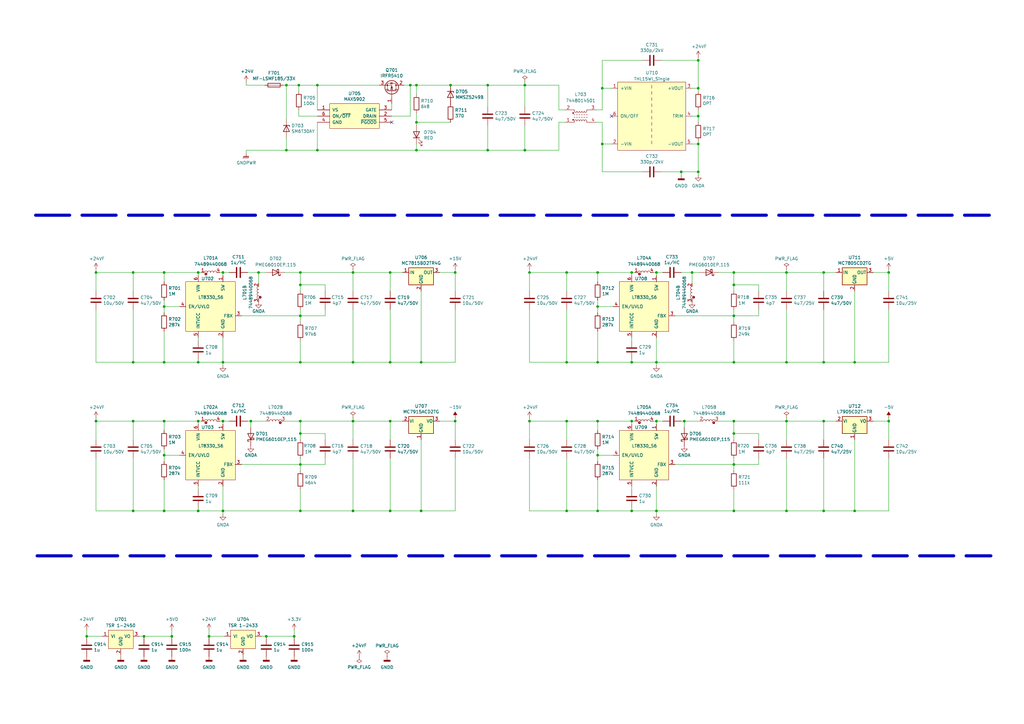
<source format=kicad_sch>
(kicad_sch (version 20230121) (generator eeschema)
  (paper "A3")
  (junction (at 350.52 148.59))
  (junction (at 259.08 209.55))
  (junction (at 300.99 172.72))
  (junction (at 122.555 34.925))
  (junction (at 247.015 36.195))
  (junction (at 300.99 129.54))
  (junction (at 67.31 172.72))
  (junction (at 232.41 148.59))
  (junction (at 160.02 209.55))
  (junction (at 300.99 111.76))
  (junction (at 280.67 172.72))
  (junction (at 91.44 209.55))
  (junction (at 337.82 111.76))
  (junction (at 70.485 260.985))
  (junction (at 168.275 34.925))
  (junction (at 91.44 148.59))
  (junction (at 102.87 172.72))
  (junction (at 85.725 260.985))
  (junction (at 286.385 59.055))
  (junction (at 81.28 172.72))
  (junction (at 217.17 172.72))
  (junction (at 123.19 116.84))
  (junction (at 144.78 148.59))
  (junction (at 232.41 172.72))
  (junction (at 172.72 148.59))
  (junction (at 247.015 59.055))
  (junction (at 245.11 111.76))
  (junction (at 232.41 209.55))
  (junction (at 123.19 209.55))
  (junction (at 160.02 172.72))
  (junction (at 322.58 209.55))
  (junction (at 170.815 61.595))
  (junction (at 259.08 172.72))
  (junction (at 67.31 209.55))
  (junction (at 217.17 111.76))
  (junction (at 54.61 172.72))
  (junction (at 322.58 148.59))
  (junction (at 35.56 260.985))
  (junction (at 200.025 34.925))
  (junction (at 144.78 172.72))
  (junction (at 259.08 148.59))
  (junction (at 123.19 172.72))
  (junction (at 172.72 209.55))
  (junction (at 186.69 172.72))
  (junction (at 269.24 172.72))
  (junction (at 300.99 148.59))
  (junction (at 59.055 260.985))
  (junction (at 117.475 61.595))
  (junction (at 91.44 172.72))
  (junction (at 120.65 260.985))
  (junction (at 232.41 111.76))
  (junction (at 160.02 148.59))
  (junction (at 144.78 209.55))
  (junction (at 259.08 111.76))
  (junction (at 91.44 111.76))
  (junction (at 279.4 70.485))
  (junction (at 300.99 209.55))
  (junction (at 130.175 34.925))
  (junction (at 67.31 111.76))
  (junction (at 215.265 61.595))
  (junction (at 170.815 50.165))
  (junction (at 184.785 34.925))
  (junction (at 286.385 47.625))
  (junction (at 170.815 34.925))
  (junction (at 81.28 111.76))
  (junction (at 364.49 172.72))
  (junction (at 109.22 260.985))
  (junction (at 322.58 172.72))
  (junction (at 123.19 148.59))
  (junction (at 245.11 172.72))
  (junction (at 54.61 209.55))
  (junction (at 300.99 190.5))
  (junction (at 286.385 24.765))
  (junction (at 364.49 111.76))
  (junction (at 245.11 186.69))
  (junction (at 350.52 209.55))
  (junction (at 106.045 111.76))
  (junction (at 245.11 148.59))
  (junction (at 322.58 111.76))
  (junction (at 123.19 190.5))
  (junction (at 67.31 148.59))
  (junction (at 160.02 111.76))
  (junction (at 54.61 148.59))
  (junction (at 39.37 111.76))
  (junction (at 117.475 34.925))
  (junction (at 186.69 111.76))
  (junction (at 269.24 111.76))
  (junction (at 300.99 116.84))
  (junction (at 123.19 111.76))
  (junction (at 215.265 34.925))
  (junction (at 269.24 148.59))
  (junction (at 67.31 186.69))
  (junction (at 245.11 209.55))
  (junction (at 54.61 111.76))
  (junction (at 269.24 209.55))
  (junction (at 123.19 177.8))
  (junction (at 283.845 111.76))
  (junction (at 337.82 209.55))
  (junction (at 286.385 70.485))
  (junction (at 286.385 36.195))
  (junction (at 337.82 172.72))
  (junction (at 81.28 148.59))
  (junction (at 81.28 209.55))
  (junction (at 39.37 172.72))
  (junction (at 130.175 61.595))
  (junction (at 245.11 125.73))
  (junction (at 300.99 177.8))
  (junction (at 67.31 125.73))
  (junction (at 144.78 111.76))
  (junction (at 337.82 148.59))
  (junction (at 200.025 61.595))
  (junction (at 123.19 129.54))
  (no_connect (at 160.655 50.165))
  (no_connect (at 250.825 47.625))
  (wire (pts (xy 120.65 258.445) (xy 120.65 260.985)))
  (wire (pts (xy 91.44 210.82) (xy 91.44 209.55)))
  (wire (pts (xy 337.82 180.34) (xy 337.82 172.72)))
  (wire (pts (xy 245.11 189.23) (xy 245.11 186.69)))
  (wire (pts (xy 39.37 171.45) (xy 39.37 172.72)))
  (wire (pts (xy 247.015 45.085) (xy 247.015 36.195)))
  (wire (pts (xy 217.17 127) (xy 217.17 148.59)))
  (wire (pts (xy 215.265 51.435) (xy 215.265 61.595)))
  (wire (pts (xy 81.28 147.32) (xy 81.28 148.59)))
  (wire (pts (xy 144.78 209.55) (xy 144.78 187.96)))
  (wire (pts (xy 269.24 209.55) (xy 269.24 199.39)))
  (wire (pts (xy 186.69 180.34) (xy 186.69 172.72)))
  (wire (pts (xy 160.02 119.38) (xy 160.02 111.76)))
  (wire (pts (xy 144.78 148.59) (xy 160.02 148.59)))
  (wire (pts (xy 172.72 148.59) (xy 172.72 119.38)))
  (wire (pts (xy 90.17 172.72) (xy 91.44 172.72)))
  (wire (pts (xy 123.19 111.76) (xy 123.19 116.84)))
  (wire (pts (xy 245.11 111.76) (xy 259.08 111.76)))
  (wire (pts (xy 263.525 70.485) (xy 247.015 70.485)))
  (wire (pts (xy 267.97 111.76) (xy 269.24 111.76)))
  (wire (pts (xy 54.61 187.96) (xy 54.61 209.55)))
  (wire (pts (xy 93.98 172.72) (xy 91.44 172.72)))
  (wire (pts (xy 160.02 148.59) (xy 172.72 148.59)))
  (wire (pts (xy 81.28 111.76) (xy 81.28 113.03)))
  (wire (pts (xy 300.99 129.54) (xy 311.15 129.54)))
  (wire (pts (xy 133.35 177.8) (xy 123.19 177.8)))
  (wire (pts (xy 81.28 200.66) (xy 81.28 199.39)))
  (wire (pts (xy 160.655 45.085) (xy 160.655 42.545)))
  (wire (pts (xy 123.19 200.66) (xy 123.19 209.55)))
  (wire (pts (xy 300.99 172.72) (xy 322.58 172.72)))
  (wire (pts (xy 217.17 148.59) (xy 232.41 148.59)))
  (wire (pts (xy 337.82 209.55) (xy 350.52 209.55)))
  (wire (pts (xy 91.44 148.59) (xy 91.44 138.43)))
  (wire (pts (xy 269.24 210.82) (xy 269.24 209.55)))
  (wire (pts (xy 57.15 260.985) (xy 59.055 260.985)))
  (wire (pts (xy 82.55 172.72) (xy 81.28 172.72)))
  (wire (pts (xy 286.385 47.625) (xy 286.385 50.165)))
  (wire (pts (xy 133.35 180.34) (xy 133.35 177.8)))
  (wire (pts (xy 337.82 148.59) (xy 337.82 127)))
  (wire (pts (xy 300.99 200.66) (xy 300.99 209.55)))
  (wire (pts (xy 160.02 180.34) (xy 160.02 172.72)))
  (wire (pts (xy 231.775 50.165) (xy 229.235 50.165)))
  (wire (pts (xy 116.84 111.76) (xy 123.19 111.76)))
  (wire (pts (xy 160.02 111.76) (xy 144.78 111.76)))
  (wire (pts (xy 81.28 139.7) (xy 81.28 138.43)))
  (wire (pts (xy 186.69 127) (xy 186.69 148.59)))
  (wire (pts (xy 123.19 187.96) (xy 123.19 190.5)))
  (wire (pts (xy 276.86 190.5) (xy 300.99 190.5)))
  (wire (pts (xy 102.87 175.26) (xy 102.87 172.72)))
  (wire (pts (xy 364.49 180.34) (xy 364.49 172.72)))
  (wire (pts (xy 160.655 47.625) (xy 168.275 47.625)))
  (wire (pts (xy 168.275 47.625) (xy 168.275 34.925)))
  (wire (pts (xy 300.99 190.5) (xy 300.99 193.04)))
  (wire (pts (xy 67.31 125.73) (xy 67.31 123.19)))
  (wire (pts (xy 170.815 46.355) (xy 170.815 50.165)))
  (wire (pts (xy 168.275 34.925) (xy 170.815 34.925)))
  (wire (pts (xy 144.78 171.45) (xy 144.78 172.72)))
  (wire (pts (xy 364.49 119.38) (xy 364.49 111.76)))
  (wire (pts (xy 300.99 127) (xy 300.99 129.54)))
  (wire (pts (xy 217.17 171.45) (xy 217.17 172.72)))
  (wire (pts (xy 116.84 172.72) (xy 123.19 172.72)))
  (wire (pts (xy 286.385 24.765) (xy 286.385 36.195)))
  (wire (pts (xy 286.385 70.485) (xy 286.385 71.755)))
  (wire (pts (xy 91.44 149.86) (xy 91.44 148.59)))
  (wire (pts (xy 286.385 70.485) (xy 286.385 59.055)))
  (wire (pts (xy 109.22 260.985) (xy 109.22 261.62)))
  (wire (pts (xy 123.19 190.5) (xy 133.35 190.5)))
  (wire (pts (xy 133.35 190.5) (xy 133.35 187.96)))
  (wire (pts (xy 54.61 111.76) (xy 39.37 111.76)))
  (wire (pts (xy 300.99 177.8) (xy 300.99 180.34)))
  (wire (pts (xy 300.99 148.59) (xy 322.58 148.59)))
  (wire (pts (xy 358.14 111.76) (xy 364.49 111.76)))
  (wire (pts (xy 267.97 172.72) (xy 269.24 172.72)))
  (wire (pts (xy 245.11 186.69) (xy 245.11 184.15)))
  (wire (pts (xy 123.19 148.59) (xy 91.44 148.59)))
  (wire (pts (xy 123.19 116.84) (xy 123.19 119.38)))
  (wire (pts (xy 311.15 180.34) (xy 311.15 177.8)))
  (wire (pts (xy 123.19 129.54) (xy 123.19 132.08)))
  (wire (pts (xy 117.475 61.595) (xy 130.175 61.595)))
  (wire (pts (xy 279.4 172.72) (xy 280.67 172.72)))
  (wire (pts (xy 350.52 148.59) (xy 350.52 119.38)))
  (wire (pts (xy 279.4 111.76) (xy 283.845 111.76)))
  (wire (pts (xy 259.08 172.72) (xy 259.08 173.99)))
  (wire (pts (xy 358.14 172.72) (xy 364.49 172.72)))
  (wire (pts (xy 100.965 61.595) (xy 100.965 62.865)))
  (wire (pts (xy 217.17 187.96) (xy 217.17 209.55)))
  (wire (pts (xy 229.235 50.165) (xy 229.235 61.595)))
  (wire (pts (xy 364.49 209.55) (xy 350.52 209.55)))
  (wire (pts (xy 311.15 129.54) (xy 311.15 127)))
  (wire (pts (xy 39.37 127) (xy 39.37 148.59)))
  (wire (pts (xy 81.28 209.55) (xy 67.31 209.55)))
  (wire (pts (xy 108.585 34.925) (xy 100.965 34.925)))
  (wire (pts (xy 311.15 177.8) (xy 300.99 177.8)))
  (wire (pts (xy 35.56 258.445) (xy 35.56 260.985)))
  (wire (pts (xy 259.08 148.59) (xy 269.24 148.59)))
  (wire (pts (xy 337.82 209.55) (xy 337.82 187.96)))
  (wire (pts (xy 165.735 34.925) (xy 168.275 34.925)))
  (wire (pts (xy 300.99 187.96) (xy 300.99 190.5)))
  (wire (pts (xy 73.66 186.69) (xy 67.31 186.69)))
  (wire (pts (xy 337.82 111.76) (xy 322.58 111.76)))
  (wire (pts (xy 279.4 70.485) (xy 286.385 70.485)))
  (wire (pts (xy 165.1 172.72) (xy 160.02 172.72)))
  (wire (pts (xy 120.65 260.985) (xy 120.65 261.62)))
  (wire (pts (xy 322.58 119.38) (xy 322.58 111.76)))
  (wire (pts (xy 39.37 187.96) (xy 39.37 209.55)))
  (wire (pts (xy 117.475 56.515) (xy 117.475 61.595)))
  (wire (pts (xy 217.17 119.38) (xy 217.17 111.76)))
  (wire (pts (xy 144.78 209.55) (xy 160.02 209.55)))
  (wire (pts (xy 93.98 111.76) (xy 91.44 111.76)))
  (wire (pts (xy 269.24 172.72) (xy 269.24 173.99)))
  (wire (pts (xy 300.99 116.84) (xy 300.99 119.38)))
  (wire (pts (xy 271.78 111.76) (xy 269.24 111.76)))
  (wire (pts (xy 286.385 59.055) (xy 283.845 59.055)))
  (wire (pts (xy 70.485 260.985) (xy 70.485 261.62)))
  (wire (pts (xy 170.815 34.925) (xy 184.785 34.925)))
  (wire (pts (xy 82.55 111.76) (xy 81.28 111.76)))
  (wire (pts (xy 232.41 148.59) (xy 245.11 148.59)))
  (wire (pts (xy 170.815 61.595) (xy 200.025 61.595)))
  (wire (pts (xy 144.78 148.59) (xy 144.78 127)))
  (wire (pts (xy 123.19 139.7) (xy 123.19 148.59)))
  (wire (pts (xy 67.31 186.69) (xy 67.31 184.15)))
  (wire (pts (xy 311.15 190.5) (xy 311.15 187.96)))
  (wire (pts (xy 232.41 172.72) (xy 245.11 172.72)))
  (wire (pts (xy 101.6 172.72) (xy 102.87 172.72)))
  (wire (pts (xy 54.61 172.72) (xy 67.31 172.72)))
  (wire (pts (xy 286.385 57.785) (xy 286.385 59.055)))
  (wire (pts (xy 286.385 45.085) (xy 286.385 47.625)))
  (wire (pts (xy 92.075 260.985) (xy 85.725 260.985)))
  (wire (pts (xy 91.44 111.76) (xy 91.44 113.03)))
  (wire (pts (xy 300.99 209.55) (xy 269.24 209.55)))
  (wire (pts (xy 200.025 51.435) (xy 200.025 61.595)))
  (wire (pts (xy 271.145 70.485) (xy 279.4 70.485)))
  (wire (pts (xy 133.35 129.54) (xy 133.35 127)))
  (wire (pts (xy 232.41 209.55) (xy 245.11 209.55)))
  (wire (pts (xy 39.37 172.72) (xy 54.61 172.72)))
  (wire (pts (xy 322.58 180.34) (xy 322.58 172.72)))
  (wire (pts (xy 130.175 45.085) (xy 130.175 34.925)))
  (wire (pts (xy 172.72 209.55) (xy 172.72 180.34)))
  (wire (pts (xy 286.385 36.195) (xy 286.385 37.465)))
  (wire (pts (xy 91.44 172.72) (xy 91.44 173.99)))
  (wire (pts (xy 99.06 129.54) (xy 123.19 129.54)))
  (wire (pts (xy 245.11 172.72) (xy 259.08 172.72)))
  (wire (pts (xy 350.52 209.55) (xy 350.52 180.34)))
  (wire (pts (xy 215.265 43.815) (xy 215.265 34.925)))
  (wire (pts (xy 67.31 172.72) (xy 81.28 172.72)))
  (wire (pts (xy 67.31 189.23) (xy 67.31 186.69)))
  (wire (pts (xy 244.475 45.085) (xy 247.015 45.085)))
  (wire (pts (xy 260.35 172.72) (xy 259.08 172.72)))
  (wire (pts (xy 81.28 209.55) (xy 91.44 209.55)))
  (wire (pts (xy 67.31 176.53) (xy 67.31 172.72)))
  (wire (pts (xy 283.845 111.76) (xy 287.02 111.76)))
  (wire (pts (xy 81.28 208.28) (xy 81.28 209.55)))
  (wire (pts (xy 271.145 24.765) (xy 286.385 24.765)))
  (wire (pts (xy 247.015 59.055) (xy 250.825 59.055)))
  (wire (pts (xy 283.845 47.625) (xy 286.385 47.625)))
  (wire (pts (xy 364.49 187.96) (xy 364.49 209.55)))
  (wire (pts (xy 200.025 34.925) (xy 184.785 34.925)))
  (wire (pts (xy 322.58 148.59) (xy 337.82 148.59)))
  (wire (pts (xy 337.82 119.38) (xy 337.82 111.76)))
  (wire (pts (xy 160.02 209.55) (xy 160.02 187.96)))
  (wire (pts (xy 70.485 258.445) (xy 70.485 260.985)))
  (wire (pts (xy 337.82 172.72) (xy 322.58 172.72)))
  (wire (pts (xy 39.37 148.59) (xy 54.61 148.59)))
  (wire (pts (xy 59.055 260.985) (xy 70.485 260.985)))
  (wire (pts (xy 247.015 24.765) (xy 247.015 36.195)))
  (wire (pts (xy 186.69 148.59) (xy 172.72 148.59)))
  (wire (pts (xy 106.045 111.76) (xy 109.22 111.76)))
  (wire (pts (xy 144.78 110.49) (xy 144.78 111.76)))
  (wire (pts (xy 259.08 147.32) (xy 259.08 148.59)))
  (wire (pts (xy 311.15 116.84) (xy 300.99 116.84)))
  (wire (pts (xy 263.525 24.765) (xy 247.015 24.765)))
  (wire (pts (xy 39.37 110.49) (xy 39.37 111.76)))
  (wire (pts (xy 283.845 116.205) (xy 283.845 111.76)))
  (wire (pts (xy 322.58 148.59) (xy 322.58 127)))
  (polyline (pts (xy 14.605 88.265) (xy 405.765 88.265)) (stroke (width 1.27) (type dash)))
  (wire (pts (xy 100.965 34.925) (xy 100.965 33.655)))
  (wire (pts (xy 217.17 172.72) (xy 232.41 172.72)))
  (wire (pts (xy 251.46 125.73) (xy 245.11 125.73)))
  (wire (pts (xy 91.44 209.55) (xy 91.44 199.39)))
  (wire (pts (xy 300.99 111.76) (xy 300.99 116.84)))
  (wire (pts (xy 130.175 50.165) (xy 130.175 61.595)))
  (wire (pts (xy 300.99 129.54) (xy 300.99 132.08)))
  (wire (pts (xy 41.91 260.985) (xy 35.56 260.985)))
  (wire (pts (xy 81.28 172.72) (xy 81.28 173.99)))
  (wire (pts (xy 294.64 111.76) (xy 300.99 111.76)))
  (wire (pts (xy 251.46 186.69) (xy 245.11 186.69)))
  (wire (pts (xy 276.86 129.54) (xy 300.99 129.54)))
  (wire (pts (xy 271.78 172.72) (xy 269.24 172.72)))
  (wire (pts (xy 259.08 209.55) (xy 269.24 209.55)))
  (wire (pts (xy 217.17 110.49) (xy 217.17 111.76)))
  (wire (pts (xy 109.22 260.985) (xy 120.65 260.985)))
  (wire (pts (xy 232.41 187.96) (xy 232.41 209.55)))
  (wire (pts (xy 54.61 148.59) (xy 67.31 148.59)))
  (wire (pts (xy 269.24 149.86) (xy 269.24 148.59)))
  (wire (pts (xy 186.69 110.49) (xy 186.69 111.76)))
  (wire (pts (xy 39.37 119.38) (xy 39.37 111.76)))
  (wire (pts (xy 280.67 175.26) (xy 280.67 172.72)))
  (wire (pts (xy 259.08 209.55) (xy 245.11 209.55)))
  (wire (pts (xy 294.64 172.72) (xy 300.99 172.72)))
  (wire (pts (xy 186.69 187.96) (xy 186.69 209.55)))
  (wire (pts (xy 123.19 209.55) (xy 91.44 209.55)))
  (wire (pts (xy 90.17 111.76) (xy 91.44 111.76)))
  (wire (pts (xy 215.265 33.655) (xy 215.265 34.925)))
  (wire (pts (xy 123.19 127) (xy 123.19 129.54)))
  (wire (pts (xy 364.49 127) (xy 364.49 148.59)))
  (wire (pts (xy 245.11 176.53) (xy 245.11 172.72)))
  (wire (pts (xy 186.69 209.55) (xy 172.72 209.55)))
  (wire (pts (xy 280.67 172.72) (xy 287.02 172.72)))
  (wire (pts (xy 259.08 200.66) (xy 259.08 199.39)))
  (wire (pts (xy 245.11 209.55) (xy 245.11 196.85)))
  (wire (pts (xy 244.475 50.165) (xy 247.015 50.165)))
  (wire (pts (xy 170.815 61.595) (xy 130.175 61.595)))
  (wire (pts (xy 232.41 111.76) (xy 245.11 111.76)))
  (wire (pts (xy 67.31 148.59) (xy 67.31 135.89)))
  (wire (pts (xy 300.99 209.55) (xy 322.58 209.55)))
  (wire (pts (xy 170.815 59.055) (xy 170.815 61.595)))
  (wire (pts (xy 247.015 70.485) (xy 247.015 59.055)))
  (wire (pts (xy 342.9 172.72) (xy 337.82 172.72)))
  (wire (pts (xy 123.19 209.55) (xy 144.78 209.55)))
  (wire (pts (xy 247.015 36.195) (xy 250.825 36.195)))
  (wire (pts (xy 67.31 115.57) (xy 67.31 111.76)))
  (wire (pts (xy 232.41 180.34) (xy 232.41 172.72)))
  (wire (pts (xy 286.385 23.495) (xy 286.385 24.765)))
  (wire (pts (xy 300.99 172.72) (xy 300.99 177.8)))
  (wire (pts (xy 269.24 111.76) (xy 269.24 113.03)))
  (wire (pts (xy 300.99 139.7) (xy 300.99 148.59)))
  (wire (pts (xy 259.08 148.59) (xy 245.11 148.59)))
  (wire (pts (xy 54.61 111.76) (xy 67.31 111.76)))
  (wire (pts (xy 122.555 37.465) (xy 122.555 34.925)))
  (wire (pts (xy 85.725 258.445) (xy 85.725 260.985)))
  (wire (pts (xy 200.025 43.815) (xy 200.025 34.925)))
  (wire (pts (xy 122.555 34.925) (xy 130.175 34.925)))
  (wire (pts (xy 67.31 209.55) (xy 67.31 196.85)))
  (wire (pts (xy 54.61 119.38) (xy 54.61 111.76)))
  (wire (pts (xy 67.31 111.76) (xy 81.28 111.76)))
  (wire (pts (xy 99.06 190.5) (xy 123.19 190.5)))
  (wire (pts (xy 229.235 34.925) (xy 229.235 45.085)))
  (wire (pts (xy 54.61 209.55) (xy 67.31 209.55)))
  (wire (pts (xy 247.015 50.165) (xy 247.015 59.055)))
  (wire (pts (xy 73.66 125.73) (xy 67.31 125.73)))
  (wire (pts (xy 259.08 208.28) (xy 259.08 209.55)))
  (wire (pts (xy 123.19 148.59) (xy 144.78 148.59)))
  (wire (pts (xy 170.815 50.165) (xy 184.785 50.165)))
  (wire (pts (xy 259.08 111.76) (xy 259.08 113.03)))
  (wire (pts (xy 101.6 111.76) (xy 106.045 111.76)))
  (wire (pts (xy 322.58 209.55) (xy 337.82 209.55)))
  (wire (pts (xy 300.99 190.5) (xy 311.15 190.5)))
  (wire (pts (xy 116.205 34.925) (xy 117.475 34.925)))
  (wire (pts (xy 170.815 34.925) (xy 170.815 38.735)))
  (wire (pts (xy 54.61 127) (xy 54.61 148.59)))
  (wire (pts (xy 123.19 111.76) (xy 144.78 111.76)))
  (wire (pts (xy 39.37 180.34) (xy 39.37 172.72)))
  (wire (pts (xy 123.19 172.72) (xy 144.78 172.72)))
  (wire (pts (xy 300.99 111.76) (xy 322.58 111.76)))
  (wire (pts (xy 123.19 190.5) (xy 123.19 193.04)))
  (wire (pts (xy 269.24 148.59) (xy 269.24 138.43)))
  (wire (pts (xy 117.475 34.925) (xy 122.555 34.925)))
  (wire (pts (xy 160.02 209.55) (xy 172.72 209.55)))
  (wire (pts (xy 364.49 148.59) (xy 350.52 148.59)))
  (wire (pts (xy 186.69 119.38) (xy 186.69 111.76)))
  (wire (pts (xy 364.49 171.45) (xy 364.49 172.72)))
  (wire (pts (xy 364.49 110.49) (xy 364.49 111.76)))
  (wire (pts (xy 123.19 129.54) (xy 133.35 129.54)))
  (wire (pts (xy 35.56 260.985) (xy 35.56 261.62)))
  (wire (pts (xy 106.045 116.205) (xy 106.045 111.76)))
  (wire (pts (xy 99.695 268.605) (xy 99.695 269.24)))
  (wire (pts (xy 245.11 115.57) (xy 245.11 111.76)))
  (wire (pts (xy 322.58 110.49) (xy 322.58 111.76)))
  (wire (pts (xy 245.11 128.27) (xy 245.11 125.73)))
  (polyline (pts (xy 15.24 227.965) (xy 406.4 227.965)) (stroke (width 1.27) (type dash)))
  (wire (pts (xy 123.19 177.8) (xy 123.19 180.34)))
  (wire (pts (xy 165.1 111.76) (xy 160.02 111.76)))
  (wire (pts (xy 300.99 148.59) (xy 269.24 148.59)))
  (wire (pts (xy 49.53 268.605) (xy 49.53 269.24)))
  (wire (pts (xy 133.35 119.38) (xy 133.35 116.84)))
  (wire (pts (xy 260.35 111.76) (xy 259.08 111.76)))
  (wire (pts (xy 130.175 34.925) (xy 155.575 34.925)))
  (wire (pts (xy 229.235 61.595) (xy 215.265 61.595)))
  (wire (pts (xy 81.28 148.59) (xy 67.31 148.59)))
  (wire (pts (xy 245.11 125.73) (xy 245.11 123.19)))
  (wire (pts (xy 170.815 50.165) (xy 170.815 51.435)))
  (wire (pts (xy 117.475 61.595) (xy 100.965 61.595)))
  (wire (pts (xy 160.02 172.72) (xy 144.78 172.72)))
  (wire (pts (xy 217.17 180.34) (xy 217.17 172.72)))
  (wire (pts (xy 259.08 139.7) (xy 259.08 138.43)))
  (wire (pts (xy 54.61 180.34) (xy 54.61 172.72)))
  (wire (pts (xy 59.055 260.985) (xy 59.055 261.62)))
  (wire (pts (xy 215.265 34.925) (xy 229.235 34.925)))
  (wire (pts (xy 122.555 47.625) (xy 130.175 47.625)))
  (wire (pts (xy 123.19 172.72) (xy 123.19 177.8)))
  (wire (pts (xy 102.87 172.72) (xy 109.22 172.72)))
  (wire (pts (xy 144.78 119.38) (xy 144.78 111.76)))
  (wire (pts (xy 279.4 70.485) (xy 279.4 71.755)))
  (wire (pts (xy 144.78 180.34) (xy 144.78 172.72)))
  (wire (pts (xy 39.37 209.55) (xy 54.61 209.55)))
  (wire (pts (xy 117.475 48.895) (xy 117.475 34.925)))
  (wire (pts (xy 232.41 127) (xy 232.41 148.59)))
  (wire (pts (xy 311.15 119.38) (xy 311.15 116.84)))
  (wire (pts (xy 232.41 111.76) (xy 217.17 111.76)))
  (wire (pts (xy 322.58 209.55) (xy 322.58 187.96)))
  (wire (pts (xy 232.41 119.38) (xy 232.41 111.76)))
  (wire (pts (xy 180.34 111.76) (xy 186.69 111.76)))
  (wire (pts (xy 283.845 36.195) (xy 286.385 36.195)))
  (wire (pts (xy 180.34 172.72) (xy 186.69 172.72)))
  (wire (pts (xy 67.31 128.27) (xy 67.31 125.73)))
  (wire (pts (xy 322.58 171.45) (xy 322.58 172.72)))
  (wire (pts (xy 337.82 148.59) (xy 350.52 148.59)))
  (wire (pts (xy 245.11 148.59) (xy 245.11 135.89)))
  (wire (pts (xy 107.315 260.985) (xy 109.22 260.985)))
  (wire (pts (xy 133.35 116.84) (xy 123.19 116.84)))
  (wire (pts (xy 81.28 148.59) (xy 91.44 148.59)))
  (wire (pts (xy 229.235 45.085) (xy 231.775 45.085)))
  (wire (pts (xy 215.265 61.595) (xy 200.025 61.595)))
  (wire (pts (xy 217.17 209.55) (xy 232.41 209.55)))
  (wire (pts (xy 186.69 171.45) (xy 186.69 172.72)))
  (wire (pts (xy 160.02 148.59) (xy 160.02 127)))
  (wire (pts (xy 85.725 260.985) (xy 85.725 261.62)))
  (wire (pts (xy 200.025 34.925) (xy 215.265 34.925)))
  (wire (pts (xy 122.555 45.085) (xy 122.555 47.625)))
  (wire (pts (xy 342.9 111.76) (xy 337.82 111.76)))
  (symbol (lib_id "Device:D_Schottky") (at 280.67 179.07 90) (unit 1)
    (property "Reference" "D706" (at 282.6766 177.9016 90) (effects (justify right)))
    (property "Value" "PMEG6010EP,115" (at 282.6766 180.213 90) (effects (justify right)))
    (instances (project "ETH1CFGEN1A" (path "" (reference "D706") (unit 1))) (project "ETH1CLCR1" (path "" (reference "D1501") (unit 1))))
  )
  (symbol (lib_id "ETH1CFGEN1:74489440068") (at 86.36 172.72 0) (unit 1)
    (property "Reference" "L702" (at 86.36 167.005 0))
    (property "Value" "74489440068" (at 86.36 169.545 0))
    (instances (project "ETH1CFGEN1A" (path "" (reference "L702") (unit 1))) (project "ETH1CLCR1" (path "" (reference "L1503") (unit 1))))
  )
  (symbol (lib_id "Device:C") (at 322.58 123.19 0) (unit 1)
    (property "Reference" "C737" (at 325.501 122.0216 0) (effects (justify left)))
    (property "Value" "4u7/25V" (at 325.501 124.333 0) (effects (justify left)))
    (instances (project "ETH1CFGEN1A" (path "" (reference "C737") (unit 1))) (project "ETH1CLCR1" (path "" (reference "C1519") (unit 1))))
  )
  (symbol (lib_id "Device:C") (at 39.37 184.15 0) (unit 1)
    (property "Reference" "C703" (at 42.291 182.9816 0) (effects (justify left)))
    (property "Value" "10u/50V" (at 42.291 185.293 0) (effects (justify left)))
    (instances (project "ETH1CFGEN1A" (path "" (reference "C703") (unit 1))) (project "ETH1CLCR1" (path "" (reference "C1507") (unit 1))))
  )
  (symbol (lib_id "power:+5V") (at 364.49 110.49 0) (unit 1)
    (property "Reference" "#PWR0734" (effects hide))
    (property "Value" "+5V" (at 364.49 106.045 0))
  )
  (symbol (lib_id "power:PWR_FLAG") (at 322.58 171.45 0) (unit 1)
    (property "Reference" "#FLG0707" (effects hide))
    (property "Value" "PWR_FLAG" (at 322.58 167.0558 0))
    (instances (project "ETH1CFGEN1A" (path "" (reference "#FLG0707") (unit 1))) (project "ETH1CLCR1" (path "" (reference "#FLG01503") (unit 1))))
  )
  (symbol (lib_id "Device:C") (at 337.82 184.15 0) (unit 1)
    (property "Reference" "C740" (at 340.741 182.9816 0) (effects (justify left)))
    (property "Value" "4u7/25V" (at 340.741 185.293 0) (effects (justify left)))
    (instances (project "ETH1CFGEN1A" (path "" (reference "C740") (unit 1))) (project "ETH1CLCR1" (path "" (reference "C1523") (unit 1))))
  )
  (symbol (lib_id "ETH1CFGEN1:LT8330_S6") (at 86.36 186.69 0) (unit 1)
    (property "Reference" "U703" (at 82.55 175.26 0) (effects (justify left)))
    (property "Value" "LT8330_S6" (at 81.28 182.88 0) (effects (justify left)))
    (instances (project "ETH1CFGEN1A" (path "" (reference "U703") (unit 1))) (project "ETH1CLCR1" (path "" (reference "U1505") (unit 1))))
  )
  (symbol (lib_id "power:GNDD") (at 99.695 269.24 0) (unit 1)
    (property "Reference" "#PWR0713" (effects hide))
    (property "Value" "GNDD" (at 99.695 273.685 0))
  )
  (symbol (lib_id "Device:D_Schottky") (at 290.83 111.76 180) (unit 1)
    (property "Reference" "D707" (at 290.83 106.045 0))
    (property "Value" "PMEG6010EP,115" (at 290.83 108.585 0))
    (instances (project "ETH1CFGEN1A" (path "" (reference "D707") (unit 1))) (project "ETH1CLCR1" (path "" (reference "D1502") (unit 1))))
  )
  (symbol (lib_id "power:GNDA") (at 102.87 182.88 0) (unit 1)
    (property "Reference" "#PWR0716" (effects hide))
    (property "Value" "GNDA" (at 102.87 186.69 0))
    (instances (project "ETH1CFGEN1A" (path "" (reference "#PWR0716") (unit 1))) (project "ETH1CLCR1" (path "" (reference "#PWR01518") (unit 1))))
  )
  (symbol (lib_id "ETH1CFGEN1:TSR1") (at 49.53 262.255 0) (unit 1)
    (property "Reference" "U701" (at 49.53 254 0))
    (property "Value" "TSR 1-2450" (at 49.53 256.54 0))
  )
  (symbol (lib_id "Device:R") (at 245.11 119.38 0) (unit 1)
    (property "Reference" "R712" (at 246.888 118.2116 0) (effects (justify left)))
    (property "Value" "1M" (at 246.888 120.523 0) (effects (justify left)))
    (property "Footprint" "Resistor_SMD:R_0603_1608Metric_Pad0.98x0.95mm_HandSolder" (effects hide))
    (instances (project "ETH1CFGEN1A" (path "" (reference "R712") (unit 1))) (project "ETH1CLCR1" (path "" (reference "R1501") (unit 1))))
  )
  (symbol (lib_id "ETH1CFGEN1:TSR1") (at 99.695 262.255 0) (unit 1)
    (property "Reference" "U704" (at 99.695 254 0))
    (property "Value" "TSR 1-2433" (at 99.695 256.54 0))
  )
  (symbol (lib_id "Device:C") (at 232.41 123.19 0) (unit 1)
    (property "Reference" "C727" (at 235.331 122.0216 0) (effects (justify left)))
    (property "Value" "4u7/50V" (at 235.331 124.333 0) (effects (justify left)))
    (instances (project "ETH1CFGEN1A" (path "" (reference "C727") (unit 1))) (project "ETH1CLCR1" (path "" (reference "C1510") (unit 1))))
  )
  (symbol (lib_id "Regulator_Linear:L7815") (at 172.72 111.76 0) (unit 1)
    (property "Reference" "U706" (at 172.72 105.6132 0))
    (property "Value" "MC7815BD2TR4G" (at 172.72 107.9246 0))
    (property "Datasheet" "http://www.st.com/content/ccc/resource/technical/document/datasheet/41/4f/b3/b0/12/d4/47/88/CD00000444.pdf/files/CD00000444.pdf/jcr:content/translations/en.CD00000444.pdf" (effects hide))
    (instances (project "ETH1CFGEN1A" (path "" (reference "U706") (unit 1))) (project "ETH1CLCR1" (path "" (reference "U1506") (unit 1))))
  )
  (symbol (lib_id "Device:C") (at 81.28 204.47 0) (unit 1)
    (property "Reference" "C709" (at 84.201 203.3016 0) (effects (justify left)))
    (property "Value" "1u" (at 84.201 205.613 0) (effects (justify left)))
    (instances (project "ETH1CFGEN1A" (path "" (reference "C709") (unit 1))) (project "ETH1CLCR1" (path "" (reference "C1513") (unit 1))))
  )
  (symbol (lib_id "Device:C") (at 160.02 123.19 0) (unit 1)
    (property "Reference" "C719" (at 162.941 122.0216 0) (effects (justify left)))
    (property "Value" "4u7/50V" (at 162.941 124.333 0) (effects (justify left)))
    (instances (project "ETH1CFGEN1A" (path "" (reference "C719") (unit 1))) (project "ETH1CLCR1" (path "" (reference "C1522") (unit 1))))
  )
  (symbol (lib_id "Device:C") (at 70.485 265.43 0) (unit 1)
    (property "Reference" "C915" (at 73.406 264.2616 0) (effects (justify left)))
    (property "Value" "100n" (at 73.406 266.573 0) (effects (justify left)))
    (property "Footprint" "Capacitor_SMD:C_0603_1608Metric_Pad1.08x0.95mm_HandSolder" (effects hide))
    (instances (project "ETH1CLCR2" (path "" (reference "C915") (unit 1))) (project "ETH1CFGEN1A" (path "" (reference "C707") (unit 1))))
  )
  (symbol (lib_id "ETH1CLCR1:+24VF") (at 39.37 110.49 0) (unit 1)
    (property "Reference" "#PWR0703" (effects hide))
    (property "Value" "+24VF" (at 39.751 106.0958 0))
    (instances (project "ETH1CFGEN1A" (path "" (reference "#PWR0703") (unit 1))) (project "ETH1CLCR1" (path "" (reference "#PWR01510") (unit 1))))
  )
  (symbol (lib_id "Device:C") (at 39.37 123.19 0) (unit 1)
    (property "Reference" "C702" (at 42.291 122.0216 0) (effects (justify left)))
    (property "Value" "10u/50V" (at 42.291 124.333 0) (effects (justify left)))
    (instances (project "ETH1CFGEN1A" (path "" (reference "C702") (unit 1))) (project "ETH1CLCR1" (path "" (reference "C1506") (unit 1))))
  )
  (symbol (lib_id "power:GNDD") (at 49.53 269.24 0) (unit 1)
    (property "Reference" "#PWR0705" (effects hide))
    (property "Value" "GNDD" (at 49.53 273.685 0))
  )
  (symbol (lib_id "Device:D_Schottky") (at 113.03 111.76 180) (unit 1)
    (property "Reference" "D702" (at 113.03 106.045 0))
    (property "Value" "PMEG6010EP,115" (at 113.03 108.585 0))
    (instances (project "ETH1CFGEN1A" (path "" (reference "D702") (unit 1))) (project "ETH1CLCR1" (path "" (reference "D1502") (unit 1))))
  )
  (symbol (lib_id "Device:C") (at 267.335 70.485 270) (unit 1)
    (property "Reference" "C732" (at 267.335 64.0842 90))
    (property "Value" "330p/2kV" (at 267.335 66.3956 90))
    (instances (project "ETH1CFGEN1A" (path "" (reference "C732") (unit 1))) (project "ETH1CDMM1" (path "" (reference "C304") (unit 1))))
  )
  (symbol (lib_id "Device:C") (at 186.69 184.15 0) (unit 1)
    (property "Reference" "C722" (at 189.611 182.9816 0) (effects (justify left)))
    (property "Value" "10u/50V" (at 189.611 185.293 0) (effects (justify left)))
    (instances (project "ETH1CFGEN1A" (path "" (reference "C722") (unit 1))) (project "ETH1CLCR1" (path "" (reference "C1525") (unit 1))))
  )
  (symbol (lib_id "power:-5V") (at 364.49 171.45 0) (unit 1)
    (property "Reference" "#PWR0735" (effects hide))
    (property "Value" "-5V" (at 364.49 167.005 0))
  )
  (symbol (lib_id "power:+3.3V") (at 120.65 258.445 0) (unit 1)
    (property "Reference" "#PWR0719" (effects hide))
    (property "Value" "+3.3V" (at 120.65 254 0))
  )
  (symbol (lib_id "Device:R") (at 67.31 132.08 0) (unit 1)
    (property "Reference" "R702" (at 69.088 130.9116 0) (effects (justify left)))
    (property "Value" "287k" (at 69.088 133.223 0) (effects (justify left)))
    (property "Footprint" "Resistor_SMD:R_0603_1608Metric_Pad0.98x0.95mm_HandSolder" (effects hide))
    (instances (project "ETH1CFGEN1A" (path "" (reference "R702") (unit 1))) (project "ETH1CLCR1" (path "" (reference "R1502") (unit 1))))
  )
  (symbol (lib_id "power:PWR_FLAG") (at 215.265 33.655 0) (unit 1)
    (property "Reference" "#FLG0705" (effects hide))
    (property "Value" "PWR_FLAG" (at 215.265 29.2608 0))
    (instances (project "ETH1CFGEN1A" (path "" (reference "#FLG0705") (unit 1))) (project "ETH1CDMM1" (path "" (reference "#FLG0304") (unit 1))))
  )
  (symbol (lib_id "ETH1CFGEN1:74489440068") (at 264.16 172.72 0) (unit 1)
    (property "Reference" "L705" (at 264.16 167.005 0))
    (property "Value" "74489440068" (at 264.16 169.545 0))
    (instances (project "ETH1CFGEN1A" (path "" (reference "L705") (unit 1))) (project "ETH1CLCR1" (path "" (reference "L1503") (unit 1))))
  )
  (symbol (lib_id "Regulator_Linear:MC79M15_TO252") (at 350.52 172.72 0) (mirror x) (unit 1)
    (property "Reference" "U712" (at 350.52 166.5732 0))
    (property "Value" "L7905CD2T-TR" (at 350.52 168.8846 0))
    (property "Datasheet" "https://www.ti.com/lit/ds/symlink/ua79.pdf?ts=1692530322081&ref_url=https%253A%252F%252Fwww.ti.com%252Fproduct%252FUA79%252Fpart-details%252FUA7905CKTTR" (effects hide))
    (instances (project "ETH1CFGEN1A" (path "" (reference "U712") (unit 1))) (project "ETH1CLCR1" (path "" (reference "U1507") (unit 1))))
  )
  (symbol (lib_id "Device:C") (at 322.58 184.15 0) (unit 1)
    (property "Reference" "C738" (at 325.501 182.9816 0) (effects (justify left)))
    (property "Value" "4u7/25V" (at 325.501 185.293 0) (effects (justify left)))
    (instances (project "ETH1CFGEN1A" (path "" (reference "C738") (unit 1))) (project "ETH1CLCR1" (path "" (reference "C1520") (unit 1))))
  )
  (symbol (lib_id "power:GNDA") (at 280.67 182.88 0) (unit 1)
    (property "Reference" "#PWR0730" (effects hide))
    (property "Value" "GNDA" (at 280.67 186.69 0))
    (instances (project "ETH1CFGEN1A" (path "" (reference "#PWR0730") (unit 1))) (project "ETH1CLCR1" (path "" (reference "#PWR01518") (unit 1))))
  )
  (symbol (lib_id "Device:C") (at 109.22 265.43 0) (unit 1)
    (property "Reference" "C914" (at 112.141 264.2616 0) (effects (justify left)))
    (property "Value" "1u" (at 112.141 266.573 0) (effects (justify left)))
    (instances (project "ETH1CLCR2" (path "" (reference "C914") (unit 1))) (project "ETH1CFGEN1A" (path "" (reference "C713") (unit 1))))
  )
  (symbol (lib_id "Device:R") (at 184.785 46.355 0) (unit 1)
    (property "Reference" "R711" (at 186.563 45.1866 0) (effects (justify left)))
    (property "Value" "370" (at 186.563 47.498 0) (effects (justify left)))
    (property "Footprint" "Resistor_SMD:R_0603_1608Metric_Pad0.98x0.95mm_HandSolder" (effects hide))
    (instances (project "ETH1CFGEN1A" (path "" (reference "R711") (unit 1))) (project "ETH1CDMM1" (path "" (reference "R303") (unit 1))))
  )
  (symbol (lib_id "power:GNDD") (at 70.485 269.24 0) (unit 1)
    (property "Reference" "#PWR0708" (effects hide))
    (property "Value" "GNDD" (at 70.485 273.685 0))
  )
  (symbol (lib_id "Device:C") (at 97.79 111.76 270) (unit 1)
    (property "Reference" "C711" (at 97.79 105.3592 90))
    (property "Value" "1u/HC" (at 97.79 107.6706 90))
    (instances (project "ETH1CFGEN1A" (path "" (reference "C711") (unit 1))) (project "ETH1CLCR1" (path "" (reference "C1514") (unit 1))))
  )
  (symbol (lib_id "Device:C") (at 59.055 265.43 0) (unit 1)
    (property "Reference" "C914" (at 61.976 264.2616 0) (effects (justify left)))
    (property "Value" "1u" (at 61.976 266.573 0) (effects (justify left)))
    (instances (project "ETH1CLCR2" (path "" (reference "C914") (unit 1))) (project "ETH1CFGEN1A" (path "" (reference "C706") (unit 1))))
  )
  (symbol (lib_id "ETH1CFGEN1:LT8330_S6") (at 264.16 186.69 0) (unit 1)
    (property "Reference" "U709" (at 260.35 175.26 0) (effects (justify left)))
    (property "Value" "LT8330_S6" (at 259.08 182.88 0) (effects (justify left)))
    (instances (project "ETH1CFGEN1A" (path "" (reference "U709") (unit 1))) (project "ETH1CLCR1" (path "" (reference "U1505") (unit 1))))
  )
  (symbol (lib_id "Device:C") (at 364.49 184.15 0) (unit 1)
    (property "Reference" "C742" (at 367.411 182.9816 0) (effects (justify left)))
    (property "Value" "10u/25V" (at 367.411 185.293 0) (effects (justify left)))
    (instances (project "ETH1CFGEN1A" (path "" (reference "C742") (unit 1))) (project "ETH1CLCR1" (path "" (reference "C1525") (unit 1))))
  )
  (symbol (lib_id "Device:R") (at 123.19 184.15 0) (unit 1)
    (property "Reference" "R708" (at 124.46 182.88 0) (effects (justify left)))
    (property "Value" "1M" (at 124.968 185.293 0) (effects (justify left)))
    (property "Footprint" "Resistor_SMD:R_0603_1608Metric_Pad0.98x0.95mm_HandSolder" (effects hide))
    (instances (project "ETH1CFGEN1A" (path "" (reference "R708") (unit 1))) (project "ETH1CLCR1" (path "" (reference "R1507") (unit 1))))
  )
  (symbol (lib_id "power:GNDD") (at 85.725 269.24 0) (unit 1)
    (property "Reference" "#PWR0710" (effects hide))
    (property "Value" "GNDD" (at 85.725 273.685 0))
  )
  (symbol (lib_id "ETH1CFGEN1:LT8330_S6") (at 264.16 125.73 0) (unit 1)
    (property "Reference" "U708" (at 260.35 114.3 0) (effects (justify left)))
    (property "Value" "LT8330_S6" (at 259.08 121.92 0) (effects (justify left)))
    (instances (project "ETH1CFGEN1A" (path "" (reference "U708") (unit 1))) (project "ETH1CLCR1" (path "" (reference "U1504") (unit 1))))
  )
  (symbol (lib_id "Device:C") (at 259.08 204.47 0) (unit 1)
    (property "Reference" "C730" (at 262.001 203.3016 0) (effects (justify left)))
    (property "Value" "1u" (at 262.001 205.613 0) (effects (justify left)))
    (instances (project "ETH1CFGEN1A" (path "" (reference "C730") (unit 1))) (project "ETH1CLCR1" (path "" (reference "C1513") (unit 1))))
  )
  (symbol (lib_id "ETH1CFGEN1:74489440068") (at 283.845 120.015 90) (unit 2)
    (property "Reference" "L704" (at 278.13 120.015 0))
    (property "Value" "74489440068" (at 280.67 120.015 0))
    (instances (project "ETH1CFGEN1A" (path "" (reference "L704") (unit 2))) (project "ETH1CLCR1" (path "" (reference "L1502") (unit 2))))
  )
  (symbol (lib_id "Device:C") (at 311.15 123.19 0) (unit 1)
    (property "Reference" "C735" (at 313.69 121.92 0) (effects (justify left)))
    (property "Value" "4p7" (at 314.071 124.333 0) (effects (justify left)))
    (property "Footprint" "Capacitor_SMD:C_0603_1608Metric_Pad1.08x0.95mm_HandSolder" (effects hide))
    (instances (project "ETH1CFGEN1A" (path "" (reference "C735") (unit 1))) (project "ETH1CLCR1" (path "" (reference "C1516") (unit 1))))
  )
  (symbol (lib_id "Device:D_Zener") (at 184.785 38.735 270) (unit 1)
    (property "Reference" "D705" (at 186.7916 37.5666 90) (effects (justify left)))
    (property "Value" "MMSZ5249B" (at 186.7916 39.878 90) (effects (justify left)))
    (instances (project "ETH1CFGEN1A" (path "" (reference "D705") (unit 1))) (project "ETH1CDMM1" (path "" (reference "D303") (unit 1))))
  )
  (symbol (lib_id "Device:R") (at 300.99 196.85 0) (unit 1)
    (property "Reference" "R721" (at 302.768 195.6816 0) (effects (justify left)))
    (property "Value" "111k" (at 302.768 197.993 0) (effects (justify left)))
    (property "Footprint" "Resistor_SMD:R_0603_1608Metric_Pad0.98x0.95mm_HandSolder" (effects hide))
    (instances (project "ETH1CFGEN1A" (path "" (reference "R721") (unit 1))) (project "ETH1CLCR1" (path "" (reference "R1508") (unit 1))))
  )
  (symbol (lib_id "Device:C") (at 97.79 172.72 270) (unit 1)
    (property "Reference" "C712" (at 97.79 166.3192 90))
    (property "Value" "1u/HC" (at 97.79 168.6306 90))
    (instances (project "ETH1CFGEN1A" (path "" (reference "C712") (unit 1))) (project "ETH1CLCR1" (path "" (reference "C1515") (unit 1))))
  )
  (symbol (lib_id "ETH1CFGEN1:74489440068") (at 106.045 120.015 90) (unit 2)
    (property "Reference" "L701" (at 100.33 120.015 0))
    (property "Value" "74489440068" (at 102.87 120.015 0))
    (instances (project "ETH1CFGEN1A" (path "" (reference "L701") (unit 2))) (project "ETH1CLCR1" (path "" (reference "L1502") (unit 2))))
  )
  (symbol (lib_id "Device:C") (at 144.78 123.19 0) (unit 1)
    (property "Reference" "C717" (at 147.701 122.0216 0) (effects (justify left)))
    (property "Value" "4u7/50V" (at 147.701 124.333 0) (effects (justify left)))
    (instances (project "ETH1CFGEN1A" (path "" (reference "C717") (unit 1))) (project "ETH1CLCR1" (path "" (reference "C1519") (unit 1))))
  )
  (symbol (lib_id "Device:C") (at 217.17 123.19 0) (unit 1)
    (property "Reference" "C725" (at 220.091 122.0216 0) (effects (justify left)))
    (property "Value" "10u/50V" (at 220.091 124.333 0) (effects (justify left)))
    (instances (project "ETH1CFGEN1A" (path "" (reference "C725") (unit 1))) (project "ETH1CLCR1" (path "" (reference "C1506") (unit 1))))
  )
  (symbol (lib_id "Device:R") (at 286.385 41.275 0) (unit 1)
    (property "Reference" "R716" (at 288.163 40.1066 0) (effects (justify left)))
    (property "Value" "OPT" (at 288.163 42.418 0) (effects (justify left)))
    (property "Footprint" "Resistor_SMD:R_0603_1608Metric_Pad0.98x0.95mm_HandSolder" (effects hide))
    (instances (project "ETH1CFGEN1A" (path "" (reference "R716") (unit 1))) (project "ETH1CDMM1" (path "" (reference "R304") (unit 1))))
  )
  (symbol (lib_id "Device:R") (at 300.99 135.89 0) (unit 1)
    (property "Reference" "R719" (at 302.768 134.7216 0) (effects (justify left)))
    (property "Value" "249k" (at 302.768 137.033 0) (effects (justify left)))
    (property "Footprint" "Resistor_SMD:R_0603_1608Metric_Pad0.98x0.95mm_HandSolder" (effects hide))
    (instances (project "ETH1CFGEN1A" (path "" (reference "R719") (unit 1))) (project "ETH1CLCR1" (path "" (reference "R1506") (unit 1))))
  )
  (symbol (lib_id "ETH1CLCR1:+24VF") (at 217.17 110.49 0) (unit 1)
    (property "Reference" "#PWR0725" (effects hide))
    (property "Value" "+24VF" (at 217.551 106.0958 0))
    (instances (project "ETH1CFGEN1A" (path "" (reference "#PWR0725") (unit 1))) (project "ETH1CLCR1" (path "" (reference "#PWR01510") (unit 1))))
  )
  (symbol (lib_id "Device:R") (at 300.99 123.19 0) (unit 1)
    (property "Reference" "R718" (at 302.26 121.92 0) (effects (justify left)))
    (property "Value" "1M" (at 302.768 124.333 0) (effects (justify left)))
    (property "Footprint" "Resistor_SMD:R_0603_1608Metric_Pad0.98x0.95mm_HandSolder" (effects hide))
    (instances (project "ETH1CFGEN1A" (path "" (reference "R718") (unit 1))) (project "ETH1CLCR1" (path "" (reference "R1505") (unit 1))))
  )
  (symbol (lib_id "Device:R") (at 122.555 41.275 0) (unit 1)
    (property "Reference" "R705" (at 124.333 40.1066 0) (effects (justify left)))
    (property "Value" "100k" (at 124.333 42.418 0) (effects (justify left)))
    (property "Footprint" "Resistor_SMD:R_0603_1608Metric_Pad0.98x0.95mm_HandSolder" (effects hide))
    (instances (project "ETH1CFGEN1A" (path "" (reference "R705") (unit 1))) (project "ETH1CDMM1" (path "" (reference "R301") (unit 1))))
  )
  (symbol (lib_id "Device:R") (at 67.31 180.34 0) (unit 1)
    (property "Reference" "R703" (at 69.088 179.1716 0) (effects (justify left)))
    (property "Value" "1M" (at 69.088 181.483 0) (effects (justify left)))
    (property "Footprint" "Resistor_SMD:R_0603_1608Metric_Pad0.98x0.95mm_HandSolder" (effects hide))
    (instances (project "ETH1CFGEN1A" (path "" (reference "R703") (unit 1))) (project "ETH1CLCR1" (path "" (reference "R1503") (unit 1))))
  )
  (symbol (lib_id "power:GNDA") (at 286.385 71.755 0) (unit 1)
    (property "Reference" "#PWR0733" (effects hide))
    (property "Value" "GNDA" (at 286.385 76.2 0))
  )
  (symbol (lib_id "ETH1CFGEN1:74489440068") (at 86.36 111.76 0) (unit 1)
    (property "Reference" "L701" (at 86.36 105.8164 0))
    (property "Value" "74489440068" (at 86.36 108.3564 0))
    (instances (project "ETH1CFGEN1A" (path "" (reference "L701") (unit 1))) (project "ETH1CLCR1" (path "" (reference "L1502") (unit 1))))
  )
  (symbol (lib_id "Device:D_Schottky") (at 102.87 179.07 90) (unit 1)
    (property "Reference" "D701" (at 104.8766 177.9016 90) (effects (justify right)))
    (property "Value" "PMEG6010EP,115" (at 104.8766 180.213 90) (effects (justify right)))
    (instances (project "ETH1CFGEN1A" (path "" (reference "D701") (unit 1))) (project "ETH1CLCR1" (path "" (reference "D1501") (unit 1))))
  )
  (symbol (lib_id "Device:R") (at 67.31 193.04 0) (unit 1)
    (property "Reference" "R704" (at 69.088 191.8716 0) (effects (justify left)))
    (property "Value" "287k" (at 69.088 194.183 0) (effects (justify left)))
    (property "Footprint" "Resistor_SMD:R_0603_1608Metric_Pad0.98x0.95mm_HandSolder" (effects hide))
    (instances (project "ETH1CFGEN1A" (path "" (reference "R704") (unit 1))) (project "ETH1CLCR1" (path "" (reference "R1504") (unit 1))))
  )
  (symbol (lib_id "Device:C") (at 311.15 184.15 0) (unit 1)
    (property "Reference" "C736" (at 313.69 182.88 0) (effects (justify left)))
    (property "Value" "4p7" (at 314.071 185.293 0) (effects (justify left)))
    (property "Footprint" "Capacitor_SMD:C_0603_1608Metric_Pad1.08x0.95mm_HandSolder" (effects hide))
    (instances (project "ETH1CFGEN1A" (path "" (reference "C736") (unit 1))) (project "ETH1CLCR1" (path "" (reference "C1517") (unit 1))))
  )
  (symbol (lib_id "Device:R") (at 123.19 135.89 0) (unit 1)
    (property "Reference" "R707" (at 124.968 134.7216 0) (effects (justify left)))
    (property "Value" "97k6" (at 124.968 137.033 0) (effects (justify left)))
    (property "Footprint" "Resistor_SMD:R_0603_1608Metric_Pad0.98x0.95mm_HandSolder" (effects hide))
    (instances (project "ETH1CFGEN1A" (path "" (reference "R707") (unit 1))) (project "ETH1CLCR1" (path "" (reference "R1506") (unit 1))))
  )
  (symbol (lib_id "Device:C") (at 337.82 123.19 0) (unit 1)
    (property "Reference" "C739" (at 340.741 122.0216 0) (effects (justify left)))
    (property "Value" "4u7/50V" (at 340.741 124.333 0) (effects (justify left)))
    (instances (project "ETH1CFGEN1A" (path "" (reference "C739") (unit 1))) (project "ETH1CLCR1" (path "" (reference "C1522") (unit 1))))
  )
  (symbol (lib_id "Device:R") (at 123.19 196.85 0) (unit 1)
    (property "Reference" "R709" (at 124.968 195.6816 0) (effects (justify left)))
    (property "Value" "46k4" (at 124.968 197.993 0) (effects (justify left)))
    (property "Footprint" "Resistor_SMD:R_0603_1608Metric_Pad0.98x0.95mm_HandSolder" (effects hide))
    (instances (project "ETH1CFGEN1A" (path "" (reference "R709") (unit 1))) (project "ETH1CLCR1" (path "" (reference "R1508") (unit 1))))
  )
  (symbol (lib_id "Device:C") (at 364.49 123.19 0) (unit 1)
    (property "Reference" "C741" (at 367.411 122.0216 0) (effects (justify left)))
    (property "Value" "10u/25V" (at 367.411 124.333 0) (effects (justify left)))
    (instances (project "ETH1CFGEN1A" (path "" (reference "C741") (unit 1))) (project "ETH1CLCR1" (path "" (reference "C1524") (unit 1))))
  )
  (symbol (lib_id "Device:D_Zener") (at 117.475 52.705 270) (unit 1)
    (property "Reference" "D703" (at 119.4816 51.5366 90) (effects (justify left)))
    (property "Value" "SM6T30AY" (at 119.4816 53.848 90) (effects (justify left)))
    (instances (project "ETH1CFGEN1A" (path "" (reference "D703") (unit 1))) (project "ETH1CDMM1" (path "" (reference "D301") (unit 1))))
  )
  (symbol (lib_id "Device:C") (at 144.78 184.15 0) (unit 1)
    (property "Reference" "C718" (at 147.701 182.9816 0) (effects (justify left)))
    (property "Value" "4u7/50V" (at 147.701 185.293 0) (effects (justify left)))
    (instances (project "ETH1CFGEN1A" (path "" (reference "C718") (unit 1))) (project "ETH1CLCR1" (path "" (reference "C1520") (unit 1))))
  )
  (symbol (lib_id "Device:Q_PMOS_GDS") (at 160.655 37.465 270) (mirror x) (unit 1)
    (property "Reference" "Q701" (at 160.655 28.7528 90))
    (property "Value" "IRFR5410" (at 160.655 31.0642 90))
    (instances (project "ETH1CFGEN1A" (path "" (reference "Q701") (unit 1))) (project "ETH1CDMM1" (path "" (reference "Q301") (unit 1))))
  )
  (symbol (lib_id "power:PWR_FLAG") (at 322.58 110.49 0) (unit 1)
    (property "Reference" "#FLG0706" (effects hide))
    (property "Value" "PWR_FLAG" (at 322.58 106.0958 0))
    (instances (project "ETH1CFGEN1A" (path "" (reference "#FLG0706") (unit 1))) (project "ETH1CLCR1" (path "" (reference "#FLG01502") (unit 1))))
  )
  (symbol (lib_id "ETH1CFGEN1:74489440068") (at 264.16 111.76 0) (unit 1)
    (property "Reference" "L704" (at 264.16 105.8164 0))
    (property "Value" "74489440068" (at 264.16 108.3564 0))
    (instances (project "ETH1CFGEN1A" (path "" (reference "L704") (unit 1))) (project "ETH1CLCR1" (path "" (reference "L1502") (unit 1))))
  )
  (symbol (lib_id "power:GNDA") (at 91.44 210.82 0) (unit 1)
    (property "Reference" "#PWR0712" (effects hide))
    (property "Value" "GNDA" (at 91.44 215.265 0))
  )
  (symbol (lib_id "power:GNDA") (at 283.845 123.825 0) (unit 1)
    (property "Reference" "#PWR0731" (effects hide))
    (property "Value" "GNDA" (at 283.845 127.635 0))
    (instances (project "ETH1CFGEN1A" (path "" (reference "#PWR0731") (unit 1))) (project "ETH1CLCR1" (path "" (reference "#PWR01519") (unit 1))))
  )
  (symbol (lib_id "ETH1CLCR1:+24VF") (at 147.32 269.24 0) (unit 1)
    (property "Reference" "#PWR0721" (effects hide))
    (property "Value" "+24VF" (at 147.32 264.795 0))
    (instances (project "ETH1CFGEN1A" (path "" (reference "#PWR0721") (unit 1))) (project "ETH1CLCR1" (path "" (reference "#PWR01511") (unit 1))))
  )
  (symbol (lib_id "Device:R") (at 67.31 119.38 0) (unit 1)
    (property "Reference" "R701" (at 69.088 118.2116 0) (effects (justify left)))
    (property "Value" "1M" (at 69.088 120.523 0) (effects (justify left)))
    (property "Footprint" "Resistor_SMD:R_0603_1608Metric_Pad0.98x0.95mm_HandSolder" (effects hide))
    (instances (project "ETH1CFGEN1A" (path "" (reference "R701") (unit 1))) (project "ETH1CLCR1" (path "" (reference "R1501") (unit 1))))
  )
  (symbol (lib_id "power:PWR_FLAG") (at 144.78 171.45 0) (unit 1)
    (property "Reference" "#FLG0702" (effects hide))
    (property "Value" "PWR_FLAG" (at 144.78 167.0558 0))
    (instances (project "ETH1CFGEN1A" (path "" (reference "#FLG0702") (unit 1))) (project "ETH1CLCR1" (path "" (reference "#FLG01503") (unit 1))))
  )
  (symbol (lib_id "power:GNDA") (at 91.44 149.86 0) (unit 1)
    (property "Reference" "#PWR0711" (effects hide))
    (property "Value" "GNDA" (at 91.44 154.305 0))
  )
  (symbol (lib_id "ETH1CFGEN1:74489440068") (at 290.83 172.72 0) (mirror y) (unit 2)
    (property "Reference" "L705" (at 290.83 167.005 0))
    (property "Value" "74489440068" (at 290.83 169.545 0))
    (instances (project "ETH1CFGEN1A" (path "" (reference "L705") (unit 2))) (project "ETH1CLCR1" (path "" (reference "L1503") (unit 2))))
  )
  (symbol (lib_id "Device:C") (at 186.69 123.19 0) (unit 1)
    (property "Reference" "C721" (at 189.611 122.0216 0) (effects (justify left)))
    (property "Value" "10u/50V" (at 189.611 124.333 0) (effects (justify left)))
    (instances (project "ETH1CFGEN1A" (path "" (reference "C721") (unit 1))) (project "ETH1CLCR1" (path "" (reference "C1524") (unit 1))))
  )
  (symbol (lib_id "Device:Fuse") (at 112.395 34.925 270) (unit 1)
    (property "Reference" "F701" (at 112.395 29.9212 90))
    (property "Value" "MF-LSMF185/33X" (at 112.395 32.2326 90))
    (instances (project "ETH1CFGEN1A" (path "" (reference "F701") (unit 1))) (project "ETH1CDMM1" (path "" (reference "F301") (unit 1))))
  )
  (symbol (lib_id "power:GNDD") (at 59.055 269.24 0) (unit 1)
    (property "Reference" "#PWR0706" (effects hide))
    (property "Value" "GNDD" (at 59.055 273.685 0))
  )
  (symbol (lib_id "power:PWR_FLAG") (at 158.75 269.24 0) (unit 1)
    (property "Reference" "#FLG0704" (effects hide))
    (property "Value" "PWR_FLAG" (at 158.75 264.8458 0))
    (instances (project "ETH1CFGEN1A" (path "" (reference "#FLG0704") (unit 1))) (project "ETH1CLCR1" (path "" (reference "#FLG01502") (unit 1))))
  )
  (symbol (lib_id "power:+24V") (at 100.965 33.655 0) (unit 1)
    (property "Reference" "#PWR0714" (effects hide))
    (property "Value" "+24V" (at 101.346 29.2608 0))
    (instances (project "ETH1CFGEN1A" (path "" (reference "#PWR0714") (unit 1))) (project "ETH1CDMM1" (path "" (reference "#PWR0303") (unit 1))))
  )
  (symbol (lib_id "Device:R") (at 245.11 193.04 0) (unit 1)
    (property "Reference" "R715" (at 246.888 191.8716 0) (effects (justify left)))
    (property "Value" "287k" (at 246.888 194.183 0) (effects (justify left)))
    (property "Footprint" "Resistor_SMD:R_0603_1608Metric_Pad0.98x0.95mm_HandSolder" (effects hide))
    (instances (project "ETH1CFGEN1A" (path "" (reference "R715") (unit 1))) (project "ETH1CLCR1" (path "" (reference "R1504") (unit 1))))
  )
  (symbol (lib_id "Device:R") (at 245.11 180.34 0) (unit 1)
    (property "Reference" "R714" (at 246.888 179.1716 0) (effects (justify left)))
    (property "Value" "1M" (at 246.888 181.483 0) (effects (justify left)))
    (property "Footprint" "Resistor_SMD:R_0603_1608Metric_Pad0.98x0.95mm_HandSolder" (effects hide))
    (instances (project "ETH1CFGEN1A" (path "" (reference "R714") (unit 1))) (project "ETH1CLCR1" (path "" (reference "R1503") (unit 1))))
  )
  (symbol (lib_id "power:GNDD") (at 109.22 269.24 0) (unit 1)
    (property "Reference" "#PWR0718" (effects hide))
    (property "Value" "GNDD" (at 109.22 273.685 0))
  )
  (symbol (lib_id "ETH1CFGEN1:LT8330_S6") (at 86.36 125.73 0) (unit 1)
    (property "Reference" "U702" (at 82.55 114.3 0) (effects (justify left)))
    (property "Value" "LT8330_S6" (at 81.28 121.92 0) (effects (justify left)))
    (instances (project "ETH1CFGEN1A" (path "" (reference "U702") (unit 1))) (project "ETH1CLCR1" (path "" (reference "U1504") (unit 1))))
  )
  (symbol (lib_id "power:GNDD") (at 158.75 269.24 0) (unit 1)
    (property "Reference" "#PWR0722" (effects hide))
    (property "Value" "GNDD" (at 158.75 273.685 0))
  )
  (symbol (lib_id "Device:R") (at 300.99 184.15 0) (unit 1)
    (property "Reference" "R720" (at 302.26 182.88 0) (effects (justify left)))
    (property "Value" "1M" (at 302.768 185.293 0) (effects (justify left)))
    (property "Footprint" "Resistor_SMD:R_0603_1608Metric_Pad0.98x0.95mm_HandSolder" (effects hide))
    (instances (project "ETH1CFGEN1A" (path "" (reference "R720") (unit 1))) (project "ETH1CLCR1" (path "" (reference "R1507") (unit 1))))
  )
  (symbol (lib_id "Device:R") (at 245.11 132.08 0) (unit 1)
    (property "Reference" "R713" (at 246.888 130.9116 0) (effects (justify left)))
    (property "Value" "287k" (at 246.888 133.223 0) (effects (justify left)))
    (property "Footprint" "Resistor_SMD:R_0603_1608Metric_Pad0.98x0.95mm_HandSolder" (effects hide))
    (instances (project "ETH1CFGEN1A" (path "" (reference "R713") (unit 1))) (project "ETH1CLCR1" (path "" (reference "R1502") (unit 1))))
  )
  (symbol (lib_id "ETH1CFGEN1:THL15WI_Single") (at 267.335 47.625 0) (unit 1)
    (property "Reference" "U710" (at 267.335 29.845 0))
    (property "Value" "THL15WI_Single" (at 267.335 32.385 0))
    (instances (project "ETH1CFGEN1A" (path "" (reference "U710") (unit 1))) (project "ETH1CDMM1" (path "" (reference "U302") (unit 1))))
  )
  (symbol (lib_id "Device:C") (at 133.35 123.19 0) (unit 1)
    (property "Reference" "C715" (at 135.89 121.92 0) (effects (justify left)))
    (property "Value" "4p7" (at 136.271 124.333 0) (effects (justify left)))
    (property "Footprint" "Capacitor_SMD:C_0603_1608Metric_Pad1.08x0.95mm_HandSolder" (effects hide))
    (instances (project "ETH1CFGEN1A" (path "" (reference "C715") (unit 1))) (project "ETH1CLCR1" (path "" (reference "C1516") (unit 1))))
  )
  (symbol (lib_id "ETH1CLCR1:+24VF") (at 35.56 258.445 0) (unit 1)
    (property "Reference" "#PWR0701" (effects hide))
    (property "Value" "+24VF" (at 35.56 254 0))
    (instances (project "ETH1CFGEN1A" (path "" (reference "#PWR0701") (unit 1))) (project "ETH1CLCR1" (path "" (reference "#PWR01511") (unit 1))))
  )
  (symbol (lib_id "Device:C") (at 54.61 184.15 0) (unit 1)
    (property "Reference" "C705" (at 57.531 182.9816 0) (effects (justify left)))
    (property "Value" "4u7/50V" (at 57.531 185.293 0) (effects (justify left)))
    (instances (project "ETH1CFGEN1A" (path "" (reference "C705") (unit 1))) (project "ETH1CLCR1" (path "" (reference "C1511") (unit 1))))
  )
  (symbol (lib_id "Device:C") (at 275.59 172.72 270) (unit 1)
    (property "Reference" "C734" (at 275.59 166.3192 90))
    (property "Value" "1u/HC" (at 275.59 168.6306 90))
    (instances (project "ETH1CFGEN1A" (path "" (reference "C734") (unit 1))) (project "ETH1CLCR1" (path "" (reference "C1515") (unit 1))))
  )
  (symbol (lib_id "power:PWR_FLAG") (at 147.32 269.24 180) (unit 1)
    (property "Reference" "#FLG0703" (effects hide))
    (property "Value" "PWR_FLAG" (at 147.32 273.6342 0))
    (instances (project "ETH1CFGEN1A" (path "" (reference "#FLG0703") (unit 1))) (project "ETH1CLCR1" (path "" (reference "#FLG01502") (unit 1))))
  )
  (symbol (lib_id "ETH1CLCR1:+24VF") (at 39.37 171.45 0) (unit 1)
    (property "Reference" "#PWR0704" (effects hide))
    (property "Value" "+24VF" (at 39.751 167.0558 0))
    (instances (project "ETH1CFGEN1A" (path "" (reference "#PWR0704") (unit 1))) (project "ETH1CLCR1" (path "" (reference "#PWR01511") (unit 1))))
  )
  (symbol (lib_id "power:GNDD") (at 35.56 269.24 0) (unit 1)
    (property "Reference" "#PWR0702" (effects hide))
    (property "Value" "GNDD" (at 35.56 273.685 0))
  )
  (symbol (lib_id "Device:C") (at 120.65 265.43 0) (unit 1)
    (property "Reference" "C915" (at 123.571 264.2616 0) (effects (justify left)))
    (property "Value" "100n" (at 123.571 266.573 0) (effects (justify left)))
    (property "Footprint" "Capacitor_SMD:C_0603_1608Metric_Pad1.08x0.95mm_HandSolder" (effects hide))
    (instances (project "ETH1CLCR2" (path "" (reference "C915") (unit 1))) (project "ETH1CFGEN1A" (path "" (reference "C714") (unit 1))))
  )
  (symbol (lib_id "power:GNDA") (at 269.24 149.86 0) (unit 1)
    (property "Reference" "#PWR0727" (effects hide))
    (property "Value" "GNDA" (at 269.24 154.305 0))
  )
  (symbol (lib_id "Device:C") (at 133.35 184.15 0) (unit 1)
    (property "Reference" "C716" (at 135.89 182.88 0) (effects (justify left)))
    (property "Value" "4p7" (at 136.271 185.293 0) (effects (justify left)))
    (property "Footprint" "Capacitor_SMD:C_0603_1608Metric_Pad1.08x0.95mm_HandSolder" (effects hide))
    (instances (project "ETH1CFGEN1A" (path "" (reference "C716") (unit 1))) (project "ETH1CLCR1" (path "" (reference "C1517") (unit 1))))
  )
  (symbol (lib_id "ETH1CFGEN1:74489440068") (at 113.03 172.72 0) (mirror y) (unit 2)
    (property "Reference" "L702" (at 113.03 167.005 0))
    (property "Value" "74489440068" (at 113.03 169.545 0))
    (instances (project "ETH1CFGEN1A" (path "" (reference "L702") (unit 2))) (project "ETH1CLCR1" (path "" (reference "L1503") (unit 2))))
  )
  (symbol (lib_id "Device:C") (at 259.08 143.51 0) (unit 1)
    (property "Reference" "C729" (at 262.001 142.3416 0) (effects (justify left)))
    (property "Value" "1u" (at 262.001 144.653 0) (effects (justify left)))
    (instances (project "ETH1CFGEN1A" (path "" (reference "C729") (unit 1))) (project "ETH1CLCR1" (path "" (reference "C1512") (unit 1))))
  )
  (symbol (lib_id "Device:C") (at 200.025 47.625 0) (unit 1)
    (property "Reference" "C723" (at 202.946 46.4566 0) (effects (justify left)))
    (property "Value" "4u7/50V" (at 202.946 48.768 0) (effects (justify left)))
    (instances (project "ETH1CFGEN1A" (path "" (reference "C723") (unit 1))) (project "ETH1CDMM1" (path "" (reference "C301") (unit 1))))
  )
  (symbol (lib_id "ETH1CLCR1:+24VF") (at 217.17 171.45 0) (unit 1)
    (property "Reference" "#PWR0726" (effects hide))
    (property "Value" "+24VF" (at 217.551 167.0558 0))
    (instances (project "ETH1CFGEN1A" (path "" (reference "#PWR0726") (unit 1))) (project "ETH1CLCR1" (path "" (reference "#PWR01511") (unit 1))))
  )
  (symbol (lib_id "ETH1CDMM1:7448014501") (at 238.125 47.625 0) (mirror x) (unit 1)
    (property "Reference" "L703" (at 238.125 38.735 0))
    (property "Value" "7448014501" (at 238.125 41.275 0))
    (instances (project "ETH1CFGEN1A" (path "" (reference "L703") (unit 1))) (project "ETH1CDMM1" (path "" (reference "L301") (unit 1))))
  )
  (symbol (lib_id "Device:C") (at 267.335 24.765 270) (unit 1)
    (property "Reference" "C731" (at 267.335 18.3642 90))
    (property "Value" "330p/2kV" (at 267.335 20.6756 90))
    (instances (project "ETH1CFGEN1A" (path "" (reference "C731") (unit 1))) (project "ETH1CDMM1" (path "" (reference "C303") (unit 1))))
  )
  (symbol (lib_id "power:PWR_FLAG") (at 144.78 110.49 0) (unit 1)
    (property "Reference" "#FLG0701" (effects hide))
    (property "Value" "PWR_FLAG" (at 144.78 106.0958 0))
    (instances (project "ETH1CFGEN1A" (path "" (reference "#FLG0701") (unit 1))) (project "ETH1CLCR1" (path "" (reference "#FLG01502") (unit 1))))
  )
  (symbol (lib_id "ETH1CLCR1:+24VF") (at 85.725 258.445 0) (unit 1)
    (property "Reference" "#PWR0709" (effects hide))
    (property "Value" "+24VF" (at 85.725 254 0))
    (instances (project "ETH1CFGEN1A" (path "" (reference "#PWR0709") (unit 1))) (project "ETH1CLCR1" (path "" (reference "#PWR01511") (unit 1))))
  )
  (symbol (lib_id "Device:C") (at 160.02 184.15 0) (unit 1)
    (property "Reference" "C720" (at 162.941 182.9816 0) (effects (justify left)))
    (property "Value" "4u7/50V" (at 162.941 185.293 0) (effects (justify left)))
    (instances (project "ETH1CFGEN1A" (path "" (reference "C720") (unit 1))) (project "ETH1CLCR1" (path "" (reference "C1523") (unit 1))))
  )
  (symbol (lib_id "Device:C") (at 275.59 111.76 270) (unit 1)
    (property "Reference" "C733" (at 275.59 105.3592 90))
    (property "Value" "1u/HC" (at 275.59 107.6706 90))
    (instances (project "ETH1CFGEN1A" (path "" (reference "C733") (unit 1))) (project "ETH1CLCR1" (path "" (reference "C1514") (unit 1))))
  )
  (symbol (lib_id "power:-15V") (at 186.69 171.45 0) (unit 1)
    (property "Reference" "#PWR0724" (effects hide))
    (property "Value" "-15V" (at 186.69 167.005 0))
  )
  (symbol (lib_id "power:GNDPWR") (at 100.965 62.865 0) (unit 1)
    (property "Reference" "#PWR0715" (effects hide))
    (property "Value" "GNDPWR" (at 101.0666 66.7766 0))
    (instances (project "ETH1CFGEN1A" (path "" (reference "#PWR0715") (unit 1))) (project "ETH1CDMM1" (path "" (reference "#PWR0304") (unit 1))))
  )
  (symbol (lib_id "Regulator_Linear:MC79M15_TO252") (at 172.72 172.72 0) (mirror x) (unit 1)
    (property "Reference" "U707" (at 172.72 166.5732 0))
    (property "Value" "MC7915ACD2TG" (at 172.72 168.8846 0))
    (property "Datasheet" "http://www.onsemi.com/pub/Collateral/MC79M00-D.PDF" (effects hide))
    (instances (project "ETH1CFGEN1A" (path "" (reference "U707") (unit 1))) (project "ETH1CLCR1" (path "" (reference "U1507") (unit 1))))
  )
  (symbol (lib_id "Device:C") (at 85.725 265.43 0) (unit 1)
    (property "Reference" "C914" (at 88.646 264.2616 0) (effects (justify left)))
    (property "Value" "1u" (at 88.646 266.573 0) (effects (justify left)))
    (instances (project "ETH1CLCR2" (path "" (reference "C914") (unit 1))) (project "ETH1CFGEN1A" (path "" (reference "C710") (unit 1))))
  )
  (symbol (lib_id "power:GNDA") (at 269.24 210.82 0) (unit 1)
    (property "Reference" "#PWR0728" (effects hide))
    (property "Value" "GNDA" (at 269.24 215.265 0))
  )
  (symbol (lib_id "Device:R") (at 170.815 42.545 0) (unit 1)
    (property "Reference" "R710" (at 172.593 41.3766 0) (effects (justify left)))
    (property "Value" "6k8" (at 172.593 43.688 0) (effects (justify left)))
    (property "Footprint" "Resistor_SMD:R_0603_1608Metric_Pad0.98x0.95mm_HandSolder" (effects hide))
    (instances (project "ETH1CFGEN1A" (path "" (reference "R710") (unit 1))) (project "ETH1CDMM1" (path "" (reference "R302") (unit 1))))
  )
  (symbol (lib_id "power:GNDD") (at 279.4 71.755 0) (unit 1)
    (property "Reference" "#PWR0729" (effects hide))
    (property "Value" "GNDD" (at 279.4 76.2 0))
  )
  (symbol (lib_id "Device:R") (at 286.385 53.975 0) (unit 1)
    (property "Reference" "R717" (at 288.163 52.8066 0) (effects (justify left)))
    (property "Value" "OPT" (at 288.163 55.118 0) (effects (justify left)))
    (property "Footprint" "Resistor_SMD:R_0603_1608Metric_Pad0.98x0.95mm_HandSolder" (effects hide))
    (instances (project "ETH1CFGEN1A" (path "" (reference "R717") (unit 1))) (project "ETH1CDMM1" (path "" (reference "R305") (unit 1))))
  )
  (symbol (lib_id "power:+5VD") (at 70.485 258.445 0) (unit 1)
    (property "Reference" "#PWR0707" (effects hide))
    (property "Value" "+5VD" (at 70.485 254 0))
  )
  (symbol (lib_id "Device:C") (at 215.265 47.625 0) (unit 1)
    (property "Reference" "C724" (at 218.186 46.4566 0) (effects (justify left)))
    (property "Value" "4u7/50V" (at 218.186 48.768 0) (effects (justify left)))
    (instances (project "ETH1CFGEN1A" (path "" (reference "C724") (unit 1))) (project "ETH1CDMM1" (path "" (reference "C302") (unit 1))))
  )
  (symbol (lib_id "Regulator_Linear:L7815") (at 350.52 111.76 0) (unit 1)
    (property "Reference" "U711" (at 350.52 105.6132 0))
    (property "Value" "MC7805CD2TG" (at 350.52 107.9246 0))
    (property "Datasheet" "http://www.st.com/content/ccc/resource/technical/document/datasheet/41/4f/b3/b0/12/d4/47/88/CD00000444.pdf/files/CD00000444.pdf/jcr:content/translations/en.CD00000444.pdf" (effects hide))
    (instances (project "ETH1CFGEN1A" (path "" (reference "U711") (unit 1))) (project "ETH1CLCR1" (path "" (reference "U1506") (unit 1))))
  )
  (symbol (lib_id "ETH1CLCR1:+24VF") (at 286.385 23.495 0) (unit 1)
    (property "Reference" "#PWR0732" (effects hide))
    (property "Value" "+24VF" (at 286.766 19.1008 0))
    (instances (project "ETH1CFGEN1A" (path "" (reference "#PWR0732") (unit 1))) (project "ETH1CLCR1" (path "" (reference "#PWR01510") (unit 1))))
  )
  (symbol (lib_id "Device:C") (at 35.56 265.43 0) (unit 1)
    (property "Reference" "C914" (at 38.481 264.2616 0) (effects (justify left)))
    (property "Value" "1u" (at 38.481 266.573 0) (effects (justify left)))
    (instances (project "ETH1CLCR2" (path "" (reference "C914") (unit 1))) (project "ETH1CFGEN1A" (path "" (reference "C701") (unit 1))))
  )
  (symbol (lib_id "Device:C") (at 54.61 123.19 0) (unit 1)
    (property "Reference" "C704" (at 57.531 122.0216 0) (effects (justify left)))
    (property "Value" "4u7/50V" (at 57.531 124.333 0) (effects (justify left)))
    (instances (project "ETH1CFGEN1A" (path "" (reference "C704") (unit 1))) (project "ETH1CLCR1" (path "" (reference "C1510") (unit 1))))
  )
  (symbol (lib_id "power:GNDD") (at 120.65 269.24 0) (unit 1)
    (property "Reference" "#PWR0720" (effects hide))
    (property "Value" "GNDD" (at 120.65 273.685 0))
  )
  (symbol (lib_id "power:GNDA") (at 106.045 123.825 0) (unit 1)
    (property "Reference" "#PWR0717" (effects hide))
    (property "Value" "GNDA" (at 106.045 127.635 0))
    (instances (project "ETH1CFGEN1A" (path "" (reference "#PWR0717") (unit 1))) (project "ETH1CLCR1" (path "" (reference "#PWR01519") (unit 1))))
  )
  (symbol (lib_id "Device:C") (at 217.17 184.15 0) (unit 1)
    (property "Reference" "C726" (at 220.091 182.9816 0) (effects (justify left)))
    (property "Value" "10u/50V" (at 220.091 185.293 0) (effects (justify left)))
    (instances (project "ETH1CFGEN1A" (path "" (reference "C726") (unit 1))) (project "ETH1CLCR1" (path "" (reference "C1507") (unit 1))))
  )
  (symbol (lib_id "Device:C") (at 232.41 184.15 0) (unit 1)
    (property "Reference" "C728" (at 235.331 182.9816 0) (effects (justify left)))
    (property "Value" "4u7/50V" (at 235.331 185.293 0) (effects (justify left)))
    (instances (project "ETH1CFGEN1A" (path "" (reference "C728") (unit 1))) (project "ETH1CLCR1" (path "" (reference "C1511") (unit 1))))
  )
  (symbol (lib_id "power:+15V") (at 186.69 110.49 0) (unit 1)
    (property "Reference" "#PWR0723" (effects hide))
    (property "Value" "+15V" (at 186.69 106.045 0))
  )
  (symbol (lib_id "Device:LED") (at 170.815 55.245 90) (unit 1)
    (property "Reference" "D704" (at 173.8122 54.2544 90) (effects (justify right)))
    (property "Value" "RED" (at 173.8122 56.5658 90) (effects (justify right)))
    (instances (project "ETH1CFGEN1A" (path "" (reference "D704") (unit 1))) (project "ETH1CDMM1" (path "" (reference "D302") (unit 1))))
  )
  (symbol (lib_id "Device:C") (at 81.28 143.51 0) (unit 1)
    (property "Reference" "C708" (at 84.201 142.3416 0) (effects (justify left)))
    (property "Value" "1u" (at 84.201 144.653 0) (effects (justify left)))
    (instances (project "ETH1CFGEN1A" (path "" (reference "C708") (unit 1))) (project "ETH1CLCR1" (path "" (reference "C1512") (unit 1))))
  )
  (symbol (lib_id "ETH1CDMM1:MAX5902") (at 145.415 47.625 0) (unit 1)
    (property "Reference" "U705" (at 145.415 38.354 0))
    (property "Value" "MAX5902" (at 145.415 40.6654 0))
    (instances (project "ETH1CFGEN1A" (path "" (reference "U705") (unit 1))) (project "ETH1CDMM1" (path "" (reference "U301") (unit 1))))
  )
  (symbol (lib_id "Device:R") (at 123.19 123.19 0) (unit 1)
    (property "Reference" "R706" (at 124.46 121.92 0) (effects (justify left)))
    (property "Value" "1M" (at 124.968 124.333 0) (effects (justify left)))
    (property "Footprint" "Resistor_SMD:R_0603_1608Metric_Pad0.98x0.95mm_HandSolder" (effects hide))
    (instances (project "ETH1CFGEN1A" (path "" (reference "R706") (unit 1))) (project "ETH1CLCR1" (path "" (reference "R1505") (unit 1))))
  )
)
</source>
